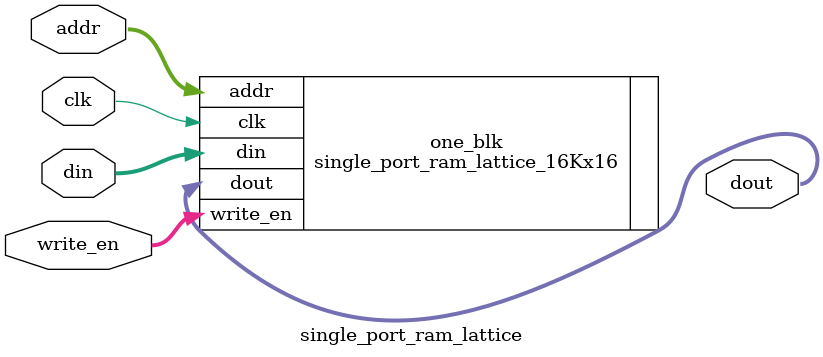
<source format=v>

/*
###############################################################################
# Copyright (c) 2018, PulseRain Technology LLC 
#
# Licensed under the Apache License, Version 2.0 (the "License");
# you may not use this file except in compliance with the License.
# You may obtain a copy of the License at
#
#     http://www.apache.org/licenses/LICENSE-2.0
#
# Unless required by applicable law or agreed to in writing, software
# distributed under the License is distributed on an "AS IS" BASIS,
# WITHOUT WARRANTIES OR CONDITIONS OF ANY KIND, either express or implied.
# See the License for the specific language governing permissions and
# limitations under the License.
#
###############################################################################
*/

`default_nettype none

module single_port_ram_lattice #(parameter ADDR_WIDTH = 14, DATA_WIDTH = 16) (
            input  wire [ADDR_WIDTH - 1 : 0]         addr,
            input  wire [DATA_WIDTH - 1 : 0]         din,
            input  wire [DATA_WIDTH / 8 - 1 : 0]     write_en, 
            input  wire                              clk,
            output wire [DATA_WIDTH - 1 : 0]         dout
);

     single_port_ram_lattice_16Kx16 one_blk (
                .addr       (addr),
                .din        (din),
                .write_en   (write_en),
                .clk        (clk),
                .dout       (dout));
                
endmodule



`default_nettype wire

</source>
